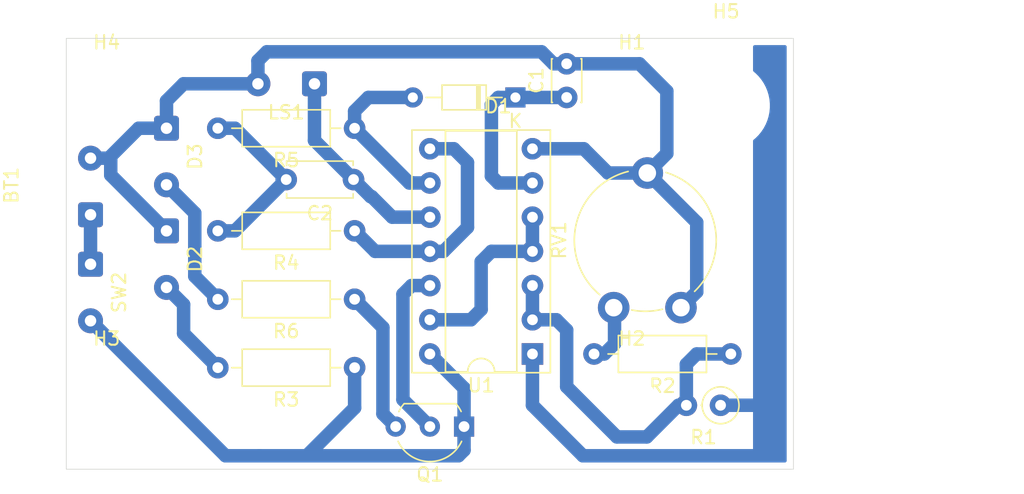
<source format=kicad_pcb>
(kicad_pcb (version 20240108) (generator "pcbnew") (generator_version "8.0")
  (layers (0 "F.Cu" signal) (31 "B.Cu" signal) (34 "B.Paste" user) (35 "F.Paste" user) (36 "B.SilkS" user "B.Silkscreen") (37 "F.SilkS" user "F.Silkscreen") (38 "B.Mask" user) (39 "F.Mask" user) (44 "Edge.Cuts" user))
  (net 0 "")
  (net 1 "Net-(BT1--)")
  (net 2 "Net-(BT1-+)")
  (net 3 "Net-(D1-K)")
  (net 4 "Net-(C2-Pad2)")
  (net 5 "Net-(C2-Pad1)")
  (net 6 "Net-(D1-A)")
  (net 7 "Net-(D2-A)")
  (net 8 "Net-(D3-A)")
  (net 9 "Net-(Q1-B)")
  (net 10 "Net-(Q1-E)")
  (net 11 "+9V")
  (net 12 "Antenne")
  (net 13 "Net-(R1-Pad2)")
  (net 14 "Net-(R2-Pad2)")
  (net 15 "Net-(R4-Pad1)")
  (net 16 "Net-(U1-Pad13)")
  (footprint "Connector_Wire:SolderWire-0.25sqmm_1x02_P4.2mm_D0.65mm_OD1.7mm" (layer "F.Cu") (at 101.8 81.1 90)
    (property "Reference" "BT1" (at 2.185 -5.875 -90) (layer "F.SilkS"))
    (property "Value" "Battery")
    (pad "1" thru_hole roundrect (at 0 0 90) (size 1.85 1.85) (drill 0.85) (layers "*.Cu" "*.Mask") (roundrect_rratio 0.135135) (net 2 "Net-(BT1-+)"))
    (pad "2" thru_hole circle (at 4.2 0 90) (size 1.85 1.85) (drill 0.85) (layers "*.Cu" "*.Mask") (net 1 "Net-(BT1--)"))
  )
  (footprint "MountingHole:MountingHole_3.7mm" (layer "F.Cu") (at 142 95)
    (property "Reference" "H2" (at 0 -4.7 0) (layer "F.SilkS"))
    (property "Value" "MountingHole")
    (pad "" np_thru_hole circle (at 0 0) (size 3.7 3.7) (drill 3.7) (layers "*.Cu" "*.Mask"))
  )
  (footprint "Connector_Wire:SolderWire-0.25sqmm_1x02_P4.2mm_D0.65mm_OD1.7mm" (layer "F.Cu") (at 101.8 84.775 -90)
    (property "Reference" "SW2" (at 2.1 -2.12 90) (layer "F.SilkS"))
    (property "Value" "SW_SPST")
    (pad "1" thru_hole roundrect (at 0 0 270) (size 1.85 1.85) (drill 0.85) (layers "*.Cu" "*.Mask") (roundrect_rratio 0.135135) (net 2 "Net-(BT1-+)"))
    (pad "2" thru_hole circle (at 4.2 0 270) (size 1.85 1.85) (drill 0.85) (layers "*.Cu" "*.Mask") (net 11 "+9V"))
  )
  (footprint "Connector_Wire:SolderWire-0.25sqmm_1x02_P4.2mm_D0.65mm_OD1.7mm" (layer "F.Cu") (at 107.442 74.676 -90)
    (property "Reference" "D3" (at 2.1 -2.12 90) (layer "F.SilkS"))
    (property "Value" "LED")
    (pad "1" thru_hole roundrect (at 0 0 270) (size 1.85 1.85) (drill 0.85) (layers "*.Cu" "*.Mask") (roundrect_rratio 0.135135) (net 1 "Net-(BT1--)"))
    (pad "2" thru_hole circle (at 4.2 0 270) (size 1.85 1.85) (drill 0.85) (layers "*.Cu" "*.Mask") (net 8 "Net-(D3-A)"))
  )
  (footprint "MountingHole:MountingHole_3.7mm" (layer "F.Cu") (at 142 73)
    (property "Reference" "H1" (at 0 -4.7 0) (layer "F.SilkS"))
    (property "Value" "MountingHole")
    (pad "" np_thru_hole circle (at 0 0) (size 3.7 3.7) (drill 3.7) (layers "*.Cu" "*.Mask"))
  )
  (footprint "MountingHole:MountingHole_3.7mm" (layer "F.Cu") (at 103 73)
    (property "Reference" "H4" (at 0 -4.7 0) (layer "F.SilkS"))
    (property "Value" "MountingHole")
    (pad "" np_thru_hole circle (at 0 0) (size 3.7 3.7) (drill 3.7) (layers "*.Cu" "*.Mask"))
  )
  (footprint "Resistor_THT:R_Axial_DIN0207_L6.3mm_D2.5mm_P10.16mm_Horizontal" (layer "F.Cu") (at 121.412 87.376 180)
    (property "Reference" "R6" (at 5.08 -2.37 180) (layer "F.SilkS"))
    (property "Value" "470")
    (fp_line (start 9.12 0) (end 8.35 0) (stroke (width 0.12)) (layer "F.SilkS"))
    (fp_line (start 8.35 1.37) (end 8.35 -1.37) (stroke (width 0.12)) (layer "F.SilkS"))
    (fp_line (start 8.35 -1.37) (end 1.81 -1.37) (stroke (width 0.12)) (layer "F.SilkS"))
    (fp_line (start 1.81 1.37) (end 8.35 1.37) (stroke (width 0.12)) (layer "F.SilkS"))
    (fp_line (start 1.81 -1.37) (end 1.81 1.37) (stroke (width 0.12)) (layer "F.SilkS"))
    (fp_line (start 1.04 0) (end 1.81 0) (stroke (width 0.12)) (layer "F.SilkS"))
    (pad "1" thru_hole circle (at 0 0 180) (size 1.6 1.6) (drill 0.8) (layers "*.Cu" "*.Mask") (net 10 "Net-(Q1-E)"))
    (pad "2" thru_hole oval (at 10.16 0 180) (size 1.6 1.6) (drill 0.8) (layers "*.Cu" "*.Mask") (net 8 "Net-(D3-A)"))
  )
  (footprint "Connector_Wire:SolderWire-0.25sqmm_1x02_P4.2mm_D0.65mm_OD1.7mm" (layer "F.Cu") (at 107.442 82.296 -90)
    (property "Reference" "D2" (at 2.1 -2.12 90) (layer "F.SilkS"))
    (property "Value" "LED")
    (pad "1" thru_hole roundrect (at 0 0 270) (size 1.85 1.85) (drill 0.85) (layers "*.Cu" "*.Mask") (roundrect_rratio 0.135135) (net 1 "Net-(BT1--)"))
    (pad "2" thru_hole circle (at 4.2 0 270) (size 1.85 1.85) (drill 0.85) (layers "*.Cu" "*.Mask") (net 7 "Net-(D2-A)"))
  )
  (footprint "MountingHole:MountingHole_3.7mm" (layer "F.Cu") (at 103 95)
    (property "Reference" "H3" (at 0 -4.7 0) (layer "F.SilkS"))
    (property "Value" "MountingHole")
    (pad "" np_thru_hole circle (at 0 0) (size 3.7 3.7) (drill 3.7) (layers "*.Cu" "*.Mask"))
  )
  (footprint "Resistor_THT:R_Axial_DIN0207_L6.3mm_D2.5mm_P10.16mm_Horizontal" (layer "F.Cu") (at 121.412 92.456 180)
    (property "Reference" "R3" (at 5.08 -2.37 180) (layer "F.SilkS"))
    (property "Value" "1.8k")
    (fp_line (start 9.12 0) (end 8.35 0) (stroke (width 0.12)) (layer "F.SilkS"))
    (fp_line (start 8.35 1.37) (end 8.35 -1.37) (stroke (width 0.12)) (layer "F.SilkS"))
    (fp_line (start 8.35 -1.37) (end 1.81 -1.37) (stroke (width 0.12)) (layer "F.SilkS"))
    (fp_line (start 1.81 1.37) (end 8.35 1.37) (stroke (width 0.12)) (layer "F.SilkS"))
    (fp_line (start 1.81 -1.37) (end 1.81 1.37) (stroke (width 0.12)) (layer "F.SilkS"))
    (fp_line (start 1.04 0) (end 1.81 0) (stroke (width 0.12)) (layer "F.SilkS"))
    (pad "1" thru_hole circle (at 0 0 180) (size 1.6 1.6) (drill 0.8) (layers "*.Cu" "*.Mask") (net 11 "+9V"))
    (pad "2" thru_hole oval (at 10.16 0 180) (size 1.6 1.6) (drill 0.8) (layers "*.Cu" "*.Mask") (net 7 "Net-(D2-A)"))
  )
  (footprint "Resistor_THT:R_Axial_DIN0207_L6.3mm_D2.5mm_P2.54mm_Vertical" (layer "F.Cu") (at 148.59 95.25 180)
    (property "Reference" "R1" (at 1.27 -2.37 180) (layer "F.SilkS"))
    (property "Value" "10M")
    (fp_line (start 1.37 0) (end 1.44 0) (stroke (width 0.12)) (layer "F.SilkS"))
    (fp_circle (center 0 0) (end 1.37 0) (stroke (width 0.12)) (fill none) (layer "F.SilkS"))
    (pad "1" thru_hole circle (at 0 0 180) (size 1.6 1.6) (drill 0.8) (layers "*.Cu" "*.Mask") (net 12 "Antenne"))
    (pad "2" thru_hole oval (at 2.54 0 180) (size 1.6 1.6) (drill 0.8) (layers "*.Cu" "*.Mask") (net 13 "Net-(R1-Pad2)"))
  )
  (footprint "Resistor_THT:R_Axial_DIN0207_L6.3mm_D2.5mm_P10.16mm_Horizontal" (layer "F.Cu") (at 149.352 91.44 180)
    (property "Reference" "R2" (at 5.08 -2.37 180) (layer "F.SilkS"))
    (property "Value" "4.1k")
    (fp_line (start 9.12 0) (end 8.35 0) (stroke (width 0.12)) (layer "F.SilkS"))
    (fp_line (start 8.35 1.37) (end 8.35 -1.37) (stroke (width 0.12)) (layer "F.SilkS"))
    (fp_line (start 8.35 -1.37) (end 1.81 -1.37) (stroke (width 0.12)) (layer "F.SilkS"))
    (fp_line (start 1.81 1.37) (end 8.35 1.37) (stroke (width 0.12)) (layer "F.SilkS"))
    (fp_line (start 1.81 -1.37) (end 1.81 1.37) (stroke (width 0.12)) (layer "F.SilkS"))
    (fp_line (start 1.04 0) (end 1.81 0) (stroke (width 0.12)) (layer "F.SilkS"))
    (pad "1" thru_hole circle (at 0 0 180) (size 1.6 1.6) (drill 0.8) (layers "*.Cu" "*.Mask") (net 13 "Net-(R1-Pad2)"))
    (pad "2" thru_hole oval (at 10.16 0 180) (size 1.6 1.6) (drill 0.8) (layers "*.Cu" "*.Mask") (net 14 "Net-(R2-Pad2)"))
  )
  (footprint "MountingHole:MountingHole_6mm" (layer "F.Cu") (at 149 73)
    (property "Reference" "H5" (at 0 -7 0) (layer "F.SilkS"))
    (property "Value" "MountingHole")
    (pad "" np_thru_hole circle (at 0 0) (size 6 6) (drill 6) (layers "*.Cu" "*.Mask"))
  )
  (footprint "Diode_THT:D_DO-34_SOD68_P7.62mm_Horizontal" (layer "F.Cu") (at 133.355 72.39 180)
    (property "Reference" "D1" (at 1.27 -0.65 180) (layer "F.SilkS"))
    (property "Value" "D")
    (fp_line (start 6.63 0) (end 5.45 0) (stroke (width 0.12)) (layer "F.SilkS"))
    (fp_line (start 5.45 0.92) (end 5.45 -0.92) (stroke (width 0.12)) (layer "F.SilkS"))
    (fp_line (start 5.45 -0.92) (end 2.17 -0.92) (stroke (width 0.12)) (layer "F.SilkS"))
    (fp_line (start 2.866 -0.92) (end 2.866 0.92) (stroke (width 0.12)) (layer "F.SilkS"))
    (fp_line (start 2.746 -0.92) (end 2.746 0.92) (stroke (width 0.12)) (layer "F.SilkS"))
    (fp_line (start 2.626 -0.92) (end 2.626 0.92) (stroke (width 0.12)) (layer "F.SilkS"))
    (fp_line (start 2.17 0.92) (end 5.45 0.92) (stroke (width 0.12)) (layer "F.SilkS"))
    (fp_line (start 2.17 -0.92) (end 2.17 0.92) (stroke (width 0.12)) (layer "F.SilkS"))
    (fp_line (start 0.99 0) (end 2.17 0) (stroke (width 0.12)) (layer "F.SilkS"))
    (fp_text user "K" (at 0 -1.75 180) (layer "F.SilkS"))
    (pad "1" thru_hole rect (at 0 0 180) (size 1.5 1.5) (drill 0.75) (layers "*.Cu" "*.Mask") (net 3 "Net-(D1-K)"))
    (pad "2" thru_hole oval (at 7.62 0 180) (size 1.5 1.5) (drill 0.75) (layers "*.Cu" "*.Mask") (net 6 "Net-(D1-A)"))
  )
  (footprint "Capacitor_THT:C_Disc_D3.0mm_W2.0mm_P2.50mm" (layer "F.Cu") (at 137.16 72.39 90)
    (property "Reference" "C1" (at 1.25 -2.25 -90) (layer "F.SilkS"))
    (property "Value" "C")
    (fp_line (start 2.87 -1.12) (end 2.87 -1.055) (stroke (width 0.12)) (layer "F.SilkS"))
    (fp_line (start -0.37 -1.12) (end 2.87 -1.12) (stroke (width 0.12)) (layer "F.SilkS"))
    (fp_line (start -0.37 -1.12) (end -0.37 -1.055) (stroke (width 0.12)) (layer "F.SilkS"))
    (fp_line (start 2.87 1.055) (end 2.87 1.12) (stroke (width 0.12)) (layer "F.SilkS"))
    (fp_line (start -0.37 1.055) (end -0.37 1.12) (stroke (width 0.12)) (layer "F.SilkS"))
    (fp_line (start -0.37 1.12) (end 2.87 1.12) (stroke (width 0.12)) (layer "F.SilkS"))
    (pad "1" thru_hole circle (at 0 0 90) (size 1.6 1.6) (drill 0.8) (layers "*.Cu" "*.Mask") (net 3 "Net-(D1-K)"))
    (pad "2" thru_hole circle (at 2.5 0 90) (size 1.6 1.6) (drill 0.8) (layers "*.Cu" "*.Mask") (net 1 "Net-(BT1--)"))
  )
  (footprint "Resistor_THT:R_Axial_DIN0207_L6.3mm_D2.5mm_P10.16mm_Horizontal" (layer "F.Cu") (at 121.412 82.296 180)
    (property "Reference" "R4" (at 5.08 -2.37 180) (layer "F.SilkS"))
    (property "Value" "220k")
    (fp_line (start 9.12 0) (end 8.35 0) (stroke (width 0.12)) (layer "F.SilkS"))
    (fp_line (start 8.35 1.37) (end 8.35 -1.37) (stroke (width 0.12)) (layer "F.SilkS"))
    (fp_line (start 8.35 -1.37) (end 1.81 -1.37) (stroke (width 0.12)) (layer "F.SilkS"))
    (fp_line (start 1.81 1.37) (end 8.35 1.37) (stroke (width 0.12)) (layer "F.SilkS"))
    (fp_line (start 1.81 -1.37) (end 1.81 1.37) (stroke (width 0.12)) (layer "F.SilkS"))
    (fp_line (start 1.04 0) (end 1.81 0) (stroke (width 0.12)) (layer "F.SilkS"))
    (pad "1" thru_hole circle (at 0 0 180) (size 1.6 1.6) (drill 0.8) (layers "*.Cu" "*.Mask") (net 15 "Net-(R4-Pad1)"))
    (pad "2" thru_hole oval (at 10.16 0 180) (size 1.6 1.6) (drill 0.8) (layers "*.Cu" "*.Mask") (net 4 "Net-(C2-Pad2)"))
  )
  (footprint "Package_DIP:DIP-14_W7.62mm_Socket" (layer "F.Cu") (at 134.62 91.44 180)
    (property "Reference" "U1" (at 3.81 -2.33 180) (layer "F.SilkS"))
    (property "Value" "4069")
    (fp_line (start 8.95 16.63) (end 8.95 -1.39) (stroke (width 0.12)) (layer "F.SilkS"))
    (fp_line (start 8.95 -1.39) (end -1.33 -1.39) (stroke (width 0.12)) (layer "F.SilkS"))
    (fp_line (start 6.46 16.57) (end 6.46 -1.33) (stroke (width 0.12)) (layer "F.SilkS"))
    (fp_line (start 6.46 -1.33) (end 4.81 -1.33) (stroke (width 0.12)) (layer "F.SilkS"))
    (fp_line (start 2.81 -1.33) (end 1.16 -1.33) (stroke (width 0.12)) (layer "F.SilkS"))
    (fp_line (start 1.16 16.57) (end 6.46 16.57) (stroke (width 0.12)) (layer "F.SilkS"))
    (fp_line (start 1.16 -1.33) (end 1.16 16.57) (stroke (width 0.12)) (layer "F.SilkS"))
    (fp_line (start -1.33 16.63) (end 8.95 16.63) (stroke (width 0.12)) (layer "F.SilkS"))
    (fp_line (start -1.33 -1.39) (end -1.33 16.63) (stroke (width 0.12)) (layer "F.SilkS"))
    (fp_arc (start 4.81 -1.33) (mid 3.81 -0.33) (end 2.81 -1.33) (stroke (width 0.12)) (layer "F.SilkS"))
    (pad "1" thru_hole rect (at 0 0 180) (size 1.6 1.6) (drill 0.8) (layers "*.Cu" "*.Mask") (net 12 "Antenne"))
    (pad "2" thru_hole oval (at 0 2.54 180) (size 1.6 1.6) (drill 0.8) (layers "*.Cu" "*.Mask") (net 13 "Net-(R1-Pad2)"))
    (pad "3" thru_hole oval (at 0 5.08 180) (size 1.6 1.6) (drill 0.8) (layers "*.Cu" "*.Mask") (net 13 "Net-(R1-Pad2)"))
    (pad "4" thru_hole oval (at 0 7.62 180) (size 1.6 1.6) (drill 0.8) (layers "*.Cu" "*.Mask") (net 16 "Net-(U1-Pad13)"))
    (pad "5" thru_hole oval (at 0 10.16 180) (size 1.6 1.6) (drill 0.8) (layers "*.Cu" "*.Mask") (net 16 "Net-(U1-Pad13)"))
    (pad "6" thru_hole oval (at 0 12.7 180) (size 1.6 1.6) (drill 0.8) (layers "*.Cu" "*.Mask") (net 3 "Net-(D1-K)"))
    (pad "7" thru_hole oval (at 0 15.24 180) (size 1.6 1.6) (drill 0.8) (layers "*.Cu" "*.Mask") (net 1 "Net-(BT1--)"))
    (pad "8" thru_hole oval (at 7.62 15.24 180) (size 1.6 1.6) (drill 0.8) (layers "*.Cu" "*.Mask") (net 15 "Net-(R4-Pad1)"))
    (pad "9" thru_hole oval (at 7.62 12.7 180) (size 1.6 1.6) (drill 0.8) (layers "*.Cu" "*.Mask") (net 6 "Net-(D1-A)"))
    (pad "10" thru_hole oval (at 7.62 10.16 180) (size 1.6 1.6) (drill 0.8) (layers "*.Cu" "*.Mask") (net 5 "Net-(C2-Pad1)"))
    (pad "11" thru_hole oval (at 7.62 7.62 180) (size 1.6 1.6) (drill 0.8) (layers "*.Cu" "*.Mask") (net 15 "Net-(R4-Pad1)"))
    (pad "12" thru_hole oval (at 7.62 5.08 180) (size 1.6 1.6) (drill 0.8) (layers "*.Cu" "*.Mask") (net 9 "Net-(Q1-B)"))
    (pad "13" thru_hole oval (at 7.62 2.54 180) (size 1.6 1.6) (drill 0.8) (layers "*.Cu" "*.Mask") (net 16 "Net-(U1-Pad13)"))
    (pad "14" thru_hole oval (at 7.62 0 180) (size 1.6 1.6) (drill 0.8) (layers "*.Cu" "*.Mask") (net 11 "+9V"))
  )
  (footprint "Connector_Wire:SolderWire-0.25sqmm_1x02_P4.2mm_D0.65mm_OD1.7mm" (layer "F.Cu") (at 118.432 71.374 180)
    (property "Reference" "LS1" (at 2.1 -2.12 180) (layer "F.SilkS"))
    (property "Value" "Speaker_Crystal")
    (pad "1" thru_hole roundrect (at 0 0 180) (size 1.85 1.85) (drill 0.85) (layers "*.Cu" "*.Mask") (roundrect_rratio 0.135135) (net 5 "Net-(C2-Pad1)"))
    (pad "2" thru_hole circle (at 4.2 0 180) (size 1.85 1.85) (drill 0.85) (layers "*.Cu" "*.Mask") (net 1 "Net-(BT1--)"))
  )
  (footprint "Potentiometer_THT:Potentiometer_Piher_PT-10-V10_Vertical_Hole" (layer "F.Cu") (at 145.65 88 90)
    (property "Reference" "RV1" (at 5 -9.05 -90) (layer "F.SilkS"))
    (property "Value" "R_Potentiometer")
    (fp_arc (start 0.963379 -6.038474) (mid 6.186565 -7.784991) (end 10.114 -3.924) (stroke (width 0.12)) (layer "F.SilkS"))
    (fp_arc (start -0.11439 -1.375119) (mid -0.269093 -2.512295) (end -0.174 -3.656) (stroke (width 0.12)) (layer "F.SilkS"))
    (fp_arc (start 10.039726 -1.109201) (mid 8.134716 1.586326) (end 5 2.62) (stroke (width 0.12)) (layer "F.SilkS"))
    (fp_arc (start 5.09203 2.619358) (mid 2.983245 2.219015) (end 1.209 1.011) (stroke (width 0.12)) (layer "F.SilkS"))
    (pad "" np_thru_hole circle (at 5 -2.65 90) (size 4 4) (drill 4) (layers "*.Cu" "*.Mask"))
    (pad "1" thru_hole circle (at 0 0 90) (size 2.34 2.34) (drill 1.3) (layers "*.Cu" "*.Mask") (net 1 "Net-(BT1--)"))
    (pad "2" thru_hole circle (at 10 -2.5 90) (size 2.34 2.34) (drill 1.3) (layers "*.Cu" "*.Mask") (net 1 "Net-(BT1--)"))
    (pad "3" thru_hole circle (at 0 -5 90) (size 2.34 2.34) (drill 1.3) (layers "*.Cu" "*.Mask") (net 14 "Net-(R2-Pad2)"))
  )
  (footprint "Package_TO_SOT_THT:TO-92L_Inline_Wide" (layer "F.Cu") (at 129.54 96.832 180)
    (property "Reference" "Q1" (at 2.54 -3.56 180) (layer "F.SilkS"))
    (property "Value" "NPN")
    (fp_line (start 0.6 1.7) (end 4.45 1.7) (stroke (width 0.12)) (layer "F.SilkS"))
    (fp_arc (start 4.842383 1.112264) (mid 4.666594 1.419753) (end 4.45 1.7) (stroke (width 0.12)) (layer "F.SilkS"))
    (fp_arc (start 2.54 -2.6) (mid 3.936979 -2.192818) (end 4.8964 -1.098807) (stroke (width 0.12)) (layer "F.SilkS"))
    (fp_arc (start 0.6 1.7) (mid 0.389183 1.423933) (end 0.217369 1.122045) (stroke (width 0.12)) (layer "F.SilkS"))
    (fp_arc (start 0.1836 -1.098807) (mid 1.143021 -2.192817) (end 2.54 -2.6) (stroke (width 0.12)) (layer "F.SilkS"))
    (pad "1" thru_hole rect (at 0 0 180) (size 1.5 1.5) (drill 0.8) (layers "*.Cu" "*.Mask") (net 11 "+9V"))
    (pad "2" thru_hole circle (at 2.54 0 180) (size 1.5 1.5) (drill 0.8) (layers "*.Cu" "*.Mask") (net 9 "Net-(Q1-B)"))
    (pad "3" thru_hole circle (at 5.08 0 180) (size 1.5 1.5) (drill 0.8) (layers "*.Cu" "*.Mask") (net 10 "Net-(Q1-E)"))
  )
  (footprint "Resistor_THT:R_Axial_DIN0207_L6.3mm_D2.5mm_P10.16mm_Horizontal" (layer "F.Cu") (at 121.412 74.676 180)
    (property "Reference" "R5" (at 5.08 -2.37 180) (layer "F.SilkS"))
    (property "Value" "470k")
    (fp_line (start 9.12 0) (end 8.35 0) (stroke (width 0.12)) (layer "F.SilkS"))
    (fp_line (start 8.35 1.37) (end 8.35 -1.37) (stroke (width 0.12)) (layer "F.SilkS"))
    (fp_line (start 8.35 -1.37) (end 1.81 -1.37) (stroke (width 0.12)) (layer "F.SilkS"))
    (fp_line (start 1.81 1.37) (end 8.35 1.37) (stroke (width 0.12)) (layer "F.SilkS"))
    (fp_line (start 1.81 -1.37) (end 1.81 1.37) (stroke (width 0.12)) (layer "F.SilkS"))
    (fp_line (start 1.04 0) (end 1.81 0) (stroke (width 0.12)) (layer "F.SilkS"))
    (pad "1" thru_hole circle (at 0 0 180) (size 1.6 1.6) (drill 0.8) (layers "*.Cu" "*.Mask") (net 6 "Net-(D1-A)"))
    (pad "2" thru_hole oval (at 10.16 0 180) (size 1.6 1.6) (drill 0.8) (layers "*.Cu" "*.Mask") (net 4 "Net-(C2-Pad2)"))
  )
  (footprint "Capacitor_THT:C_Disc_D4.7mm_W2.5mm_P5.00mm" (layer "F.Cu") (at 121.332 78.486 180)
    (property "Reference" "C2" (at 2.5 -2.5 180) (layer "F.SilkS"))
    (property "Value" "C")
    (fp_line (start 4.97 1.055) (end 4.97 1.37) (stroke (width 0.12)) (layer "F.SilkS"))
    (fp_line (start 4.97 -1.37) (end 4.97 -1.055) (stroke (width 0.12)) (layer "F.SilkS"))
    (fp_line (start 0.03 1.37) (end 4.97 1.37) (stroke (width 0.12)) (layer "F.SilkS"))
    (fp_line (start 0.03 1.055) (end 0.03 1.37) (stroke (width 0.12)) (layer "F.SilkS"))
    (fp_line (start 0.03 -1.37) (end 4.97 -1.37) (stroke (width 0.12)) (layer "F.SilkS"))
    (fp_line (start 0.03 -1.37) (end 0.03 -1.055) (stroke (width 0.12)) (layer "F.SilkS"))
    (pad "1" thru_hole circle (at 0 0 180) (size 1.6 1.6) (drill 0.8) (layers "*.Cu" "*.Mask") (net 5 "Net-(C2-Pad1)"))
    (pad "2" thru_hole circle (at 5 0 180) (size 1.6 1.6) (drill 0.8) (layers "*.Cu" "*.Mask") (net 4 "Net-(C2-Pad2)"))
  )
  (gr_rect (start 100 68) (end 154 100) (stroke (width 0.05)) (fill none) (layer "Edge.Cuts"))
  (segment (start 103.3 78.154) (end 103.3 77.05) (width 1) (layer "B.Cu") (net 1))
  (segment (start 103.15 76.9) (end 105.374 74.676) (width 1) (layer "B.Cu") (net 1))
  (segment (start 138.43 76.2) (end 134.62 76.2) (width 1) (layer "B.Cu") (net 1))
  (segment (start 105.374 74.676) (end 107.442 74.676) (width 1) (layer "B.Cu") (net 1))
  (segment (start 107.442 72.644) (end 108.712 71.374) (width 1) (layer "B.Cu") (net 1))
  (segment (start 114.896 69) (end 114.232 69.664) (width 1) (layer "B.Cu") (net 1))
  (segment (start 146.819999 86.830001) (end 146.819999 81.669999) (width 1) (layer "B.Cu") (net 1))
  (segment (start 103.3 77.05) (end 103.15 76.9) (width 1) (layer "B.Cu") (net 1))
  (segment (start 140.23 78) (end 138.43 76.2) (width 1) (layer "B.Cu") (net 1))
  (segment (start 107.442 82.296) (end 103.3 78.154) (width 1) (layer "B.Cu") (net 1))
  (segment (start 137.16 69.89) (end 136.184 69.89) (width 1) (layer "B.Cu") (net 1))
  (segment (start 143.15 78) (end 140.23 78) (width 1) (layer "B.Cu") (net 1))
  (segment (start 114.232 69.664) (end 114.232 71.374) (width 1) (layer "B.Cu") (net 1))
  (segment (start 101.8 76.9) (end 103.15 76.9) (width 1) (layer "B.Cu") (net 1))
  (segment (start 145.65 88) (end 146.819999 86.830001) (width 1) (layer "B.Cu") (net 1))
  (segment (start 135.294 69) (end 114.896 69) (width 1) (layer "B.Cu") (net 1))
  (segment (start 144.6 76.55) (end 143.15 78) (width 1) (layer "B.Cu") (net 1))
  (segment (start 142.566955 69.89) (end 144.6 71.923045) (width 1) (layer "B.Cu") (net 1))
  (segment (start 107.442 74.676) (end 107.442 72.644) (width 1) (layer "B.Cu") (net 1))
  (segment (start 144.6 71.923045) (end 144.6 76.55) (width 1) (layer "B.Cu") (net 1))
  (segment (start 137.16 69.89) (end 142.566955 69.89) (width 1) (layer "B.Cu") (net 1))
  (segment (start 146.819999 81.669999) (end 143.15 78) (width 1) (layer "B.Cu") (net 1))
  (segment (start 108.712 71.374) (end 114.232 71.374) (width 1) (layer "B.Cu") (net 1))
  (segment (start 136.184 69.89) (end 135.294 69) (width 1) (layer "B.Cu") (net 1))
  (segment (start 101.8 81.1) (end 101.8 84.775) (width 1) (layer "B.Cu") (net 2))
  (segment (start 134.62 78.74) (end 132.08 78.74) (width 1) (layer "B.Cu") (net 3))
  (segment (start 132.08 78.74) (end 131.572 78.232) (width 1) (layer "B.Cu") (net 3))
  (segment (start 131.572 78.232) (end 131.572 72.898) (width 1) (layer "B.Cu") (net 3))
  (segment (start 132.08 72.39) (end 133.355 72.39) (width 1) (layer "B.Cu") (net 3))
  (segment (start 131.572 72.898) (end 132.08 72.39) (width 1) (layer "B.Cu") (net 3))
  (segment (start 133.355 72.39) (end 137.16 72.39) (width 1) (layer "B.Cu") (net 3))
  (segment (start 111.252 74.676) (end 112.522 74.676) (width 1) (layer "B.Cu") (net 4))
  (segment (start 112.522 82.296) (end 116.332 78.486) (width 1) (layer "B.Cu") (net 4))
  (segment (start 112.522 74.676) (end 116.332 78.486) (width 1) (layer "B.Cu") (net 4))
  (segment (start 111.252 82.296) (end 112.522 82.296) (width 1) (layer "B.Cu") (net 4))
  (segment (start 124.206 81.28) (end 122.682 79.756) (width 1) (layer "B.Cu") (net 5))
  (segment (start 118.432 71.374) (end 118.432 75.586) (width 1) (layer "B.Cu") (net 5))
  (segment (start 122.602 79.756) (end 122.682 79.756) (width 1) (layer "B.Cu") (net 5))
  (segment (start 121.332 78.486) (end 122.602 79.756) (width 1) (layer "B.Cu") (net 5))
  (segment (start 118.432 75.586) (end 121.332 78.486) (width 1) (layer "B.Cu") (net 5))
  (segment (start 126.492 81.28) (end 124.206 81.28) (width 1) (layer "B.Cu") (net 5))
  (segment (start 125.735 72.39) (end 122.428 72.39) (width 1) (layer "B.Cu") (net 6))
  (segment (start 121.412 73.406) (end 121.412 74.676) (width 1) (layer "B.Cu") (net 6))
  (segment (start 122.428 72.39) (end 121.412 73.406) (width 1) (layer "B.Cu") (net 6))
  (segment (start 125.476 78.74) (end 121.412 74.676) (width 1) (layer "B.Cu") (net 6))
  (segment (start 125.72 78.74) (end 125.72 78.73) (width 1) (layer "B.Cu") (net 6))
  (segment (start 126.492 78.74) (end 125.476 78.74) (width 1) (layer "B.Cu") (net 6))
  (segment (start 108.712 87.766) (end 107.442 86.496) (width 1) (layer "B.Cu") (net 7))
  (segment (start 111.252 92.456) (end 108.712 89.916) (width 1) (layer "B.Cu") (net 7))
  (segment (start 108.712 89.916) (end 108.712 87.766) (width 1) (layer "B.Cu") (net 7))
  (segment (start 109.542 85.666) (end 111.252 87.376) (width 1) (layer "B.Cu") (net 8))
  (segment (start 109.542 80.976) (end 109.542 85.666) (width 1) (layer "B.Cu") (net 8))
  (segment (start 107.442 78.876) (end 109.542 80.976) (width 1) (layer "B.Cu") (net 8))
  (segment (start 125.64 86.36) (end 127 86.36) (width 1) (layer "B.Cu") (net 9))
  (segment (start 125 87) (end 125.64 86.36) (width 1) (layer "B.Cu") (net 9))
  (segment (start 125 94.832) (end 125 87) (width 1) (layer "B.Cu") (net 9))
  (segment (start 127 96.832) (end 125 94.832) (width 1) (layer "B.Cu") (net 9))
  (segment (start 124.46 96.832) (end 123.514 95.886) (width 1) (layer "B.Cu") (net 10))
  (segment (start 123.514 95.886) (end 123.514 89.478) (width 1) (layer "B.Cu") (net 10))
  (segment (start 123.514 89.478) (end 121.412 87.376) (width 1) (layer "B.Cu") (net 10))
  (segment (start 111.825 99) (end 114.35 99) (width 1) (layer "B.Cu") (net 11))
  (segment (start 121.412 92.456) (end 121.412 95.444) (width 1) (layer "B.Cu") (net 11))
  (segment (start 129.54 93.98) (end 127 91.44) (width 1) (layer "B.Cu") (net 11))
  (segment (start 129.54 96.832) (end 129.54 98.582) (width 1) (layer "B.Cu") (net 11))
  (segment (start 129.54 98.582) (end 129.122 99) (width 1) (layer "B.Cu") (net 11))
  (segment (start 129.122 99) (end 118.872 99) (width 1) (layer "B.Cu") (net 11))
  (segment (start 101.8 88.975) (end 111.825 99) (width 1) (layer "B.Cu") (net 11))
  (segment (start 118.872 99) (end 117.856 99) (width 1) (layer "B.Cu") (net 11))
  (segment (start 121.412 95.444) (end 117.856 99) (width 1) (layer "B.Cu") (net 11))
  (segment (start 129.54 96.832) (end 129.54 93.98) (width 1) (layer "B.Cu") (net 11))
  (segment (start 117.856 99) (end 114.35 99) (width 1) (layer "B.Cu") (net 11))
  (segment (start 152.4 99) (end 138.37 99) (width 1) (layer "B.Cu") (net 12))
  (segment (start 138.37 99) (end 134.62 95.25) (width 1) (layer "B.Cu") (net 12))
  (segment (start 148.59 95.25) (end 152.4 95.25) (width 1) (layer "B.Cu") (net 12))
  (segment (start 152.4 95.25) (end 152.4 99) (width 1) (layer "B.Cu") (net 12))
  (segment (start 134.62 95.25) (end 134.62 91.44) (width 1) (layer "B.Cu") (net 12))
  (segment (start 140.89 97.6) (end 137.16 93.87) (width 1) (layer "B.Cu") (net 13))
  (segment (start 146.05 95.25) (end 145.46 95.25) (width 1) (layer "B.Cu") (net 13))
  (segment (start 136.398 88.9) (end 134.62 88.9) (width 1) (layer "B.Cu") (net 13))
  (segment (start 143.11 97.6) (end 140.89 97.6) (width 1) (layer "B.Cu") (net 13))
  (segment (start 145.46 95.25) (end 143.11 97.6) (width 1) (layer "B.Cu") (net 13))
  (segment (start 134.62 88.9) (end 134.62 86.36) (width 1) (layer "B.Cu") (net 13))
  (segment (start 137.16 89.662) (end 136.398 88.9) (width 1) (layer "B.Cu") (net 13))
  (segment (start 146.05 95.25) (end 146.05 92.202) (width 1) (layer "B.Cu") (net 13))
  (segment (start 137.16 93.87) (end 137.16 89.662) (width 1) (layer "B.Cu") (net 13))
  (segment (start 146.812 91.44) (end 149.352 91.44) (width 1) (layer "B.Cu") (net 13))
  (segment (start 146.05 92.202) (end 146.812 91.44) (width 1) (layer "B.Cu") (net 13))
  (segment (start 139.192 91.44) (end 139.954 91.44) (width 1) (layer "B.Cu") (net 14))
  (segment (start 139.954 91.44) (end 140.716 90.678) (width 1) (layer "B.Cu") (net 14))
  (segment (start 140.716 90.678) (end 140.716 88.066) (width 1) (layer "B.Cu") (net 14))
  (segment (start 140.716 88.066) (end 140.65 88) (width 1) (layer "B.Cu") (net 14))
  (segment (start 128.778 76.2) (end 127 76.2) (width 1) (layer "B.Cu") (net 15))
  (segment (start 129.794 82.042) (end 128.016 83.82) (width 1) (layer "B.Cu") (net 15))
  (segment (start 122.936 83.82) (end 121.412 82.296) (width 1) (layer "B.Cu") (net 15))
  (segment (start 128.016 83.82) (end 122.936 83.82) (width 1) (layer "B.Cu") (net 15))
  (segment (start 128.778 76.2) (end 129.794 77.216) (width 1) (layer "B.Cu") (net 15))
  (segment (start 129.794 77.216) (end 129.794 82.042) (width 1) (layer "B.Cu") (net 15))
  (segment (start 130.81 84.582) (end 131.572 83.82) (width 1) (layer "B.Cu") (net 16))
  (segment (start 134.62 81.28) (end 134.62 83.82) (width 1) (layer "B.Cu") (net 16))
  (segment (start 130.048 88.9) (end 130.81 88.138) (width 1) (layer "B.Cu") (net 16))
  (segment (start 127 88.9) (end 130.048 88.9) (width 1) (layer "B.Cu") (net 16))
  (segment (start 130.81 88.138) (end 130.81 84.582) (width 1) (layer "B.Cu") (net 16))
  (segment (start 131.572 83.82) (end 134.62 83.82) (width 1) (layer "B.Cu") (net 16))
  (zone (net 12) (net_name "Antenne") (layer "B.Cu") (connect_pads (clearance 0.5)) (min_thickness 0.25) (fill yes (thermal_gap 0.5) (thermal_bridge_width 0.5))
    (polygon (pts (xy 154 68) (xy 154 100) (xy 151 100) (xy 151 68)))
  )
)
</source>
